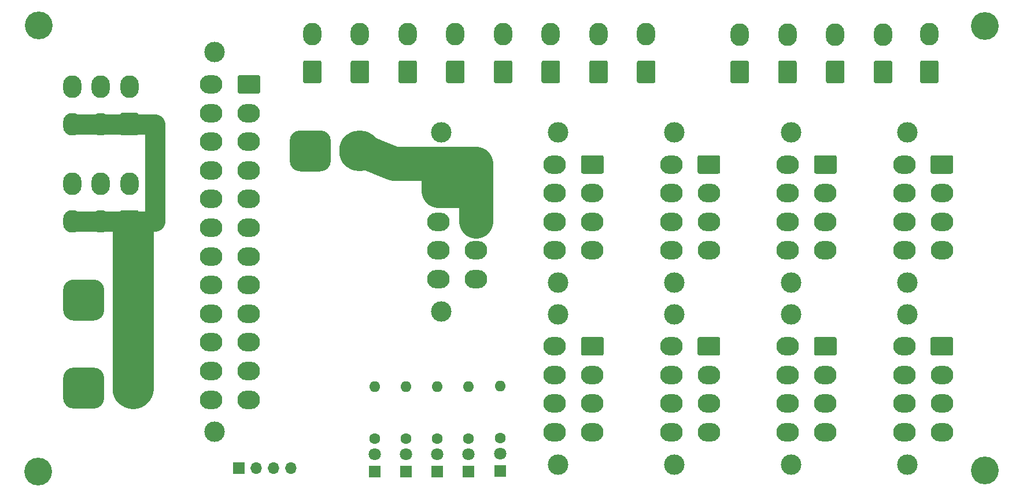
<source format=gbr>
%TF.GenerationSoftware,KiCad,Pcbnew,(5.1.10)-1*%
%TF.CreationDate,2022-08-20T11:58:47+10:00*%
%TF.ProjectId,ATX_PSU_Board,4154585f-5053-4555-9f42-6f6172642e6b,rev?*%
%TF.SameCoordinates,Original*%
%TF.FileFunction,Soldermask,Bot*%
%TF.FilePolarity,Negative*%
%FSLAX46Y46*%
G04 Gerber Fmt 4.6, Leading zero omitted, Abs format (unit mm)*
G04 Created by KiCad (PCBNEW (5.1.10)-1) date 2022-08-20 11:58:47*
%MOMM*%
%LPD*%
G01*
G04 APERTURE LIST*
%ADD10C,6.000000*%
%ADD11C,3.000000*%
%ADD12C,5.000000*%
%ADD13O,1.600000X1.600000*%
%ADD14C,1.600000*%
%ADD15C,1.800000*%
%ADD16R,1.800000X1.800000*%
%ADD17O,1.700000X1.700000*%
%ADD18R,1.700000X1.700000*%
%ADD19O,2.700000X3.300000*%
%ADD20C,6.000000*%
%ADD21C,3.000000*%
%ADD22O,3.300000X2.700000*%
%ADD23C,4.064000*%
G04 APERTURE END LIST*
D10*
X52250000Y-96500000D02*
X52250000Y-109500000D01*
X52250000Y-96500000D02*
X52250000Y-86500000D01*
D11*
X55500000Y-70750000D02*
X55500000Y-85000000D01*
X43500000Y-70750000D02*
X55500000Y-70750000D01*
X43500000Y-85000000D02*
X55500000Y-85000000D01*
D12*
X102500000Y-80500000D02*
X102500000Y-85000000D01*
X97000000Y-80500000D02*
X97000000Y-76500000D01*
X102500000Y-80500000D02*
X97000000Y-80500000D01*
X102500000Y-76500000D02*
X102500000Y-80500000D01*
X97000000Y-76500000D02*
X102500000Y-76500000D01*
X90500000Y-76500000D02*
X97000000Y-76500000D01*
X85500000Y-74500000D02*
X90500000Y-76500000D01*
D13*
%TO.C,R5*%
X106020000Y-109127600D03*
D14*
X106020000Y-116747600D03*
%TD*%
D13*
%TO.C,R4*%
X101410000Y-109190100D03*
D14*
X101410000Y-116810100D03*
%TD*%
D13*
%TO.C,R3*%
X96838000Y-109190100D03*
D14*
X96838000Y-116810100D03*
%TD*%
D13*
%TO.C,R2*%
X92266000Y-109190100D03*
D14*
X92266000Y-116810100D03*
%TD*%
D13*
%TO.C,R1*%
X87694000Y-109190100D03*
D14*
X87694000Y-116810100D03*
%TD*%
D15*
%TO.C,D5*%
X106010000Y-119057600D03*
D16*
X106010000Y-121597600D03*
%TD*%
D15*
%TO.C,D4*%
X101410000Y-119105600D03*
D16*
X101410000Y-121645600D03*
%TD*%
D15*
%TO.C,D3*%
X96838000Y-119105600D03*
D16*
X96838000Y-121645600D03*
%TD*%
D15*
%TO.C,D2*%
X92266000Y-119105600D03*
D16*
X92266000Y-121645600D03*
%TD*%
D15*
%TO.C,D1*%
X87694000Y-119105600D03*
D16*
X87694000Y-121645600D03*
%TD*%
D17*
%TO.C,J1*%
X75421000Y-121158000D03*
X72881000Y-121158000D03*
X70341000Y-121158000D03*
D18*
X67801000Y-121158000D03*
%TD*%
D19*
%TO.C,J25*%
X43350000Y-79500000D03*
X47550000Y-79500000D03*
X51750000Y-79500000D03*
X43350000Y-85000000D03*
X47550000Y-85000000D03*
G36*
G01*
X53100000Y-83600001D02*
X53100000Y-86399999D01*
G75*
G02*
X52849999Y-86650000I-250001J0D01*
G01*
X50650001Y-86650000D01*
G75*
G02*
X50400000Y-86399999I0J250001D01*
G01*
X50400000Y-83600001D01*
G75*
G02*
X50650001Y-83350000I250001J0D01*
G01*
X52849999Y-83350000D01*
G75*
G02*
X53100000Y-83600001I0J-250001D01*
G01*
G37*
%TD*%
%TO.C,J26*%
X43350000Y-65250000D03*
X47550000Y-65250000D03*
X51750000Y-65250000D03*
X43350000Y-70750000D03*
X47550000Y-70750000D03*
G36*
G01*
X53100000Y-69350001D02*
X53100000Y-72149999D01*
G75*
G02*
X52849999Y-72400000I-250001J0D01*
G01*
X50650001Y-72400000D01*
G75*
G02*
X50400000Y-72149999I0J250001D01*
G01*
X50400000Y-69350001D01*
G75*
G02*
X50650001Y-69100000I250001J0D01*
G01*
X52849999Y-69100000D01*
G75*
G02*
X53100000Y-69350001I0J-250001D01*
G01*
G37*
%TD*%
%TO.C,J30*%
G36*
G01*
X42055200Y-110926800D02*
X42055200Y-107926800D01*
G75*
G02*
X43555200Y-106426800I1500000J0D01*
G01*
X46555200Y-106426800D01*
G75*
G02*
X48055200Y-107926800I0J-1500000D01*
G01*
X48055200Y-110926800D01*
G75*
G02*
X46555200Y-112426800I-1500000J0D01*
G01*
X43555200Y-112426800D01*
G75*
G02*
X42055200Y-110926800I0J1500000D01*
G01*
G37*
D20*
X52255200Y-109426800D03*
%TD*%
%TO.C,J29*%
G36*
G01*
X42055200Y-98026400D02*
X42055200Y-95026400D01*
G75*
G02*
X43555200Y-93526400I1500000J0D01*
G01*
X46555200Y-93526400D01*
G75*
G02*
X48055200Y-95026400I0J-1500000D01*
G01*
X48055200Y-98026400D01*
G75*
G02*
X46555200Y-99526400I-1500000J0D01*
G01*
X43555200Y-99526400D01*
G75*
G02*
X42055200Y-98026400I0J1500000D01*
G01*
G37*
X52255200Y-96526400D03*
%TD*%
D19*
%TO.C,J20*%
X168867600Y-57593600D03*
G36*
G01*
X170217600Y-61693601D02*
X170217600Y-64493599D01*
G75*
G02*
X169967599Y-64743600I-250001J0D01*
G01*
X167767601Y-64743600D01*
G75*
G02*
X167517600Y-64493599I0J250001D01*
G01*
X167517600Y-61693601D01*
G75*
G02*
X167767601Y-61443600I250001J0D01*
G01*
X169967599Y-61443600D01*
G75*
G02*
X170217600Y-61693601I0J-250001D01*
G01*
G37*
%TD*%
D21*
%TO.C,J11*%
X165656400Y-120601800D03*
X165656400Y-98601800D03*
D22*
X165196400Y-115901800D03*
X165196400Y-111701800D03*
X165196400Y-107501800D03*
X165196400Y-103301800D03*
X170696400Y-115901800D03*
X170696400Y-111701800D03*
X170696400Y-107501800D03*
G36*
G01*
X169296401Y-101951800D02*
X172096399Y-101951800D01*
G75*
G02*
X172346400Y-102201801I0J-250001D01*
G01*
X172346400Y-104401799D01*
G75*
G02*
X172096399Y-104651800I-250001J0D01*
G01*
X169296401Y-104651800D01*
G75*
G02*
X169046400Y-104401799I0J250001D01*
G01*
X169046400Y-102201801D01*
G75*
G02*
X169296401Y-101951800I250001J0D01*
G01*
G37*
%TD*%
D19*
%TO.C,J24*%
X141083632Y-57607200D03*
G36*
G01*
X142433632Y-61707201D02*
X142433632Y-64507199D01*
G75*
G02*
X142183631Y-64757200I-250001J0D01*
G01*
X139983633Y-64757200D01*
G75*
G02*
X139733632Y-64507199I0J250001D01*
G01*
X139733632Y-61707201D01*
G75*
G02*
X139983633Y-61457200I250001J0D01*
G01*
X142183631Y-61457200D01*
G75*
G02*
X142433632Y-61707201I0J-250001D01*
G01*
G37*
%TD*%
%TO.C,J23*%
X148086774Y-57607200D03*
G36*
G01*
X149436774Y-61707201D02*
X149436774Y-64507199D01*
G75*
G02*
X149186773Y-64757200I-250001J0D01*
G01*
X146986775Y-64757200D01*
G75*
G02*
X146736774Y-64507199I0J250001D01*
G01*
X146736774Y-61707201D01*
G75*
G02*
X146986775Y-61457200I250001J0D01*
G01*
X149186773Y-61457200D01*
G75*
G02*
X149436774Y-61707201I0J-250001D01*
G01*
G37*
%TD*%
%TO.C,J22*%
X155089916Y-57607200D03*
G36*
G01*
X156439916Y-61707201D02*
X156439916Y-64507199D01*
G75*
G02*
X156189915Y-64757200I-250001J0D01*
G01*
X153989917Y-64757200D01*
G75*
G02*
X153739916Y-64507199I0J250001D01*
G01*
X153739916Y-61707201D01*
G75*
G02*
X153989917Y-61457200I250001J0D01*
G01*
X156189915Y-61457200D01*
G75*
G02*
X156439916Y-61707201I0J-250001D01*
G01*
G37*
%TD*%
%TO.C,J21*%
X162093058Y-57607200D03*
G36*
G01*
X163443058Y-61707201D02*
X163443058Y-64507199D01*
G75*
G02*
X163193057Y-64757200I-250001J0D01*
G01*
X160993059Y-64757200D01*
G75*
G02*
X160743058Y-64507199I0J250001D01*
G01*
X160743058Y-61707201D01*
G75*
G02*
X160993059Y-61457200I250001J0D01*
G01*
X163193057Y-61457200D01*
G75*
G02*
X163443058Y-61707201I0J-250001D01*
G01*
G37*
%TD*%
%TO.C,J19*%
X127414800Y-57593600D03*
G36*
G01*
X128764800Y-61693601D02*
X128764800Y-64493599D01*
G75*
G02*
X128514799Y-64743600I-250001J0D01*
G01*
X126314801Y-64743600D01*
G75*
G02*
X126064800Y-64493599I0J250001D01*
G01*
X126064800Y-61693601D01*
G75*
G02*
X126314801Y-61443600I250001J0D01*
G01*
X128514799Y-61443600D01*
G75*
G02*
X128764800Y-61693601I0J-250001D01*
G01*
G37*
%TD*%
%TO.C,J18*%
X120429800Y-57593600D03*
G36*
G01*
X121779800Y-61693601D02*
X121779800Y-64493599D01*
G75*
G02*
X121529799Y-64743600I-250001J0D01*
G01*
X119329801Y-64743600D01*
G75*
G02*
X119079800Y-64493599I0J250001D01*
G01*
X119079800Y-61693601D01*
G75*
G02*
X119329801Y-61443600I250001J0D01*
G01*
X121529799Y-61443600D01*
G75*
G02*
X121779800Y-61693601I0J-250001D01*
G01*
G37*
%TD*%
%TO.C,J17*%
X113444800Y-57593600D03*
G36*
G01*
X114794800Y-61693601D02*
X114794800Y-64493599D01*
G75*
G02*
X114544799Y-64743600I-250001J0D01*
G01*
X112344801Y-64743600D01*
G75*
G02*
X112094800Y-64493599I0J250001D01*
G01*
X112094800Y-61693601D01*
G75*
G02*
X112344801Y-61443600I250001J0D01*
G01*
X114544799Y-61443600D01*
G75*
G02*
X114794800Y-61693601I0J-250001D01*
G01*
G37*
%TD*%
%TO.C,J16*%
X106459800Y-57593600D03*
G36*
G01*
X107809800Y-61693601D02*
X107809800Y-64493599D01*
G75*
G02*
X107559799Y-64743600I-250001J0D01*
G01*
X105359801Y-64743600D01*
G75*
G02*
X105109800Y-64493599I0J250001D01*
G01*
X105109800Y-61693601D01*
G75*
G02*
X105359801Y-61443600I250001J0D01*
G01*
X107559799Y-61443600D01*
G75*
G02*
X107809800Y-61693601I0J-250001D01*
G01*
G37*
%TD*%
%TO.C,J15*%
X99474800Y-57593600D03*
G36*
G01*
X100824800Y-61693601D02*
X100824800Y-64493599D01*
G75*
G02*
X100574799Y-64743600I-250001J0D01*
G01*
X98374801Y-64743600D01*
G75*
G02*
X98124800Y-64493599I0J250001D01*
G01*
X98124800Y-61693601D01*
G75*
G02*
X98374801Y-61443600I250001J0D01*
G01*
X100574799Y-61443600D01*
G75*
G02*
X100824800Y-61693601I0J-250001D01*
G01*
G37*
%TD*%
%TO.C,J14*%
X92489800Y-57593600D03*
G36*
G01*
X93839800Y-61693601D02*
X93839800Y-64493599D01*
G75*
G02*
X93589799Y-64743600I-250001J0D01*
G01*
X91389801Y-64743600D01*
G75*
G02*
X91139800Y-64493599I0J250001D01*
G01*
X91139800Y-61693601D01*
G75*
G02*
X91389801Y-61443600I250001J0D01*
G01*
X93589799Y-61443600D01*
G75*
G02*
X93839800Y-61693601I0J-250001D01*
G01*
G37*
%TD*%
%TO.C,J13*%
X85504800Y-57593600D03*
G36*
G01*
X86854800Y-61693601D02*
X86854800Y-64493599D01*
G75*
G02*
X86604799Y-64743600I-250001J0D01*
G01*
X84404801Y-64743600D01*
G75*
G02*
X84154800Y-64493599I0J250001D01*
G01*
X84154800Y-61693601D01*
G75*
G02*
X84404801Y-61443600I250001J0D01*
G01*
X86604799Y-61443600D01*
G75*
G02*
X86854800Y-61693601I0J-250001D01*
G01*
G37*
%TD*%
%TO.C,J12*%
X78519800Y-57593600D03*
G36*
G01*
X79869800Y-61693601D02*
X79869800Y-64493599D01*
G75*
G02*
X79619799Y-64743600I-250001J0D01*
G01*
X77419801Y-64743600D01*
G75*
G02*
X77169800Y-64493599I0J250001D01*
G01*
X77169800Y-61693601D01*
G75*
G02*
X77419801Y-61443600I250001J0D01*
G01*
X79619799Y-61443600D01*
G75*
G02*
X79869800Y-61693601I0J-250001D01*
G01*
G37*
%TD*%
%TO.C,J28*%
G36*
G01*
X75228400Y-76176800D02*
X75228400Y-73176800D01*
G75*
G02*
X76728400Y-71676800I1500000J0D01*
G01*
X79728400Y-71676800D01*
G75*
G02*
X81228400Y-73176800I0J-1500000D01*
G01*
X81228400Y-76176800D01*
G75*
G02*
X79728400Y-77676800I-1500000J0D01*
G01*
X76728400Y-77676800D01*
G75*
G02*
X75228400Y-76176800I0J1500000D01*
G01*
G37*
D20*
X85428400Y-74676800D03*
%TD*%
D21*
%TO.C,J5*%
X131551000Y-93964600D03*
X131551000Y-71964600D03*
D22*
X131091000Y-89264600D03*
X131091000Y-85064600D03*
X131091000Y-80864600D03*
X131091000Y-76664600D03*
X136591000Y-89264600D03*
X136591000Y-85064600D03*
X136591000Y-80864600D03*
G36*
G01*
X135191001Y-75314600D02*
X137990999Y-75314600D01*
G75*
G02*
X138241000Y-75564601I0J-250001D01*
G01*
X138241000Y-77764599D01*
G75*
G02*
X137990999Y-78014600I-250001J0D01*
G01*
X135191001Y-78014600D01*
G75*
G02*
X134941000Y-77764599I0J250001D01*
G01*
X134941000Y-75564601D01*
G75*
G02*
X135191001Y-75314600I250001J0D01*
G01*
G37*
%TD*%
D21*
%TO.C,J7*%
X165656400Y-93964600D03*
X165656400Y-71964600D03*
D22*
X165196400Y-89264600D03*
X165196400Y-85064600D03*
X165196400Y-80864600D03*
X165196400Y-76664600D03*
X170696400Y-89264600D03*
X170696400Y-85064600D03*
X170696400Y-80864600D03*
G36*
G01*
X169296401Y-75314600D02*
X172096399Y-75314600D01*
G75*
G02*
X172346400Y-75564601I0J-250001D01*
G01*
X172346400Y-77764599D01*
G75*
G02*
X172096399Y-78014600I-250001J0D01*
G01*
X169296401Y-78014600D01*
G75*
G02*
X169046400Y-77764599I0J250001D01*
G01*
X169046400Y-75564601D01*
G75*
G02*
X169296401Y-75314600I250001J0D01*
G01*
G37*
%TD*%
D23*
%TO.C,H4*%
X177000000Y-56337200D03*
%TD*%
%TO.C,H3*%
X38404800Y-121615200D03*
%TD*%
%TO.C,H2*%
X177000000Y-121500000D03*
%TD*%
%TO.C,H1*%
X38506400Y-56286400D03*
%TD*%
D21*
%TO.C,J10*%
X148603700Y-120601800D03*
X148603700Y-98601800D03*
D22*
X148143700Y-115901800D03*
X148143700Y-111701800D03*
X148143700Y-107501800D03*
X148143700Y-103301800D03*
X153643700Y-115901800D03*
X153643700Y-111701800D03*
X153643700Y-107501800D03*
G36*
G01*
X152243701Y-101951800D02*
X155043699Y-101951800D01*
G75*
G02*
X155293700Y-102201801I0J-250001D01*
G01*
X155293700Y-104401799D01*
G75*
G02*
X155043699Y-104651800I-250001J0D01*
G01*
X152243701Y-104651800D01*
G75*
G02*
X151993700Y-104401799I0J250001D01*
G01*
X151993700Y-102201801D01*
G75*
G02*
X152243701Y-101951800I250001J0D01*
G01*
G37*
%TD*%
D21*
%TO.C,J9*%
X131551000Y-120601800D03*
X131551000Y-98601800D03*
D22*
X131091000Y-115901800D03*
X131091000Y-111701800D03*
X131091000Y-107501800D03*
X131091000Y-103301800D03*
X136591000Y-115901800D03*
X136591000Y-111701800D03*
X136591000Y-107501800D03*
G36*
G01*
X135191001Y-101951800D02*
X137990999Y-101951800D01*
G75*
G02*
X138241000Y-102201801I0J-250001D01*
G01*
X138241000Y-104401799D01*
G75*
G02*
X137990999Y-104651800I-250001J0D01*
G01*
X135191001Y-104651800D01*
G75*
G02*
X134941000Y-104401799I0J250001D01*
G01*
X134941000Y-102201801D01*
G75*
G02*
X135191001Y-101951800I250001J0D01*
G01*
G37*
%TD*%
D21*
%TO.C,J8*%
X114498300Y-120601800D03*
X114498300Y-98601800D03*
D22*
X114038300Y-115901800D03*
X114038300Y-111701800D03*
X114038300Y-107501800D03*
X114038300Y-103301800D03*
X119538300Y-115901800D03*
X119538300Y-111701800D03*
X119538300Y-107501800D03*
G36*
G01*
X118138301Y-101951800D02*
X120938299Y-101951800D01*
G75*
G02*
X121188300Y-102201801I0J-250001D01*
G01*
X121188300Y-104401799D01*
G75*
G02*
X120938299Y-104651800I-250001J0D01*
G01*
X118138301Y-104651800D01*
G75*
G02*
X117888300Y-104401799I0J250001D01*
G01*
X117888300Y-102201801D01*
G75*
G02*
X118138301Y-101951800I250001J0D01*
G01*
G37*
%TD*%
D21*
%TO.C,J6*%
X148603700Y-93964600D03*
X148603700Y-71964600D03*
D22*
X148143700Y-89264600D03*
X148143700Y-85064600D03*
X148143700Y-80864600D03*
X148143700Y-76664600D03*
X153643700Y-89264600D03*
X153643700Y-85064600D03*
X153643700Y-80864600D03*
G36*
G01*
X152243701Y-75314600D02*
X155043699Y-75314600D01*
G75*
G02*
X155293700Y-75564601I0J-250001D01*
G01*
X155293700Y-77764599D01*
G75*
G02*
X155043699Y-78014600I-250001J0D01*
G01*
X152243701Y-78014600D01*
G75*
G02*
X151993700Y-77764599I0J250001D01*
G01*
X151993700Y-75564601D01*
G75*
G02*
X152243701Y-75314600I250001J0D01*
G01*
G37*
%TD*%
D21*
%TO.C,J4*%
X114498300Y-93964600D03*
X114498300Y-71964600D03*
D22*
X114038300Y-89264600D03*
X114038300Y-85064600D03*
X114038300Y-80864600D03*
X114038300Y-76664600D03*
X119538300Y-89264600D03*
X119538300Y-85064600D03*
X119538300Y-80864600D03*
G36*
G01*
X118138301Y-75314600D02*
X120938299Y-75314600D01*
G75*
G02*
X121188300Y-75564601I0J-250001D01*
G01*
X121188300Y-77764599D01*
G75*
G02*
X120938299Y-78014600I-250001J0D01*
G01*
X118138301Y-78014600D01*
G75*
G02*
X117888300Y-77764599I0J250001D01*
G01*
X117888300Y-75564601D01*
G75*
G02*
X118138301Y-75314600I250001J0D01*
G01*
G37*
%TD*%
D21*
%TO.C,J3*%
X97445600Y-98164600D03*
X97445600Y-71964600D03*
D22*
X96985600Y-93464600D03*
X96985600Y-89264600D03*
X96985600Y-85064600D03*
X96985600Y-80864600D03*
X96985600Y-76664600D03*
X102485600Y-93464600D03*
X102485600Y-89264600D03*
X102485600Y-85064600D03*
X102485600Y-80864600D03*
G36*
G01*
X101085601Y-75314600D02*
X103885599Y-75314600D01*
G75*
G02*
X104135600Y-75564601I0J-250001D01*
G01*
X104135600Y-77764599D01*
G75*
G02*
X103885599Y-78014600I-250001J0D01*
G01*
X101085601Y-78014600D01*
G75*
G02*
X100835600Y-77764599I0J250001D01*
G01*
X100835600Y-75564601D01*
G75*
G02*
X101085601Y-75314600I250001J0D01*
G01*
G37*
%TD*%
D21*
%TO.C,J2*%
X64208800Y-115822400D03*
X64208800Y-60222400D03*
D22*
X63748800Y-111122400D03*
X63748800Y-106922400D03*
X63748800Y-102722400D03*
X63748800Y-98522400D03*
X63748800Y-94322400D03*
X63748800Y-90122400D03*
X63748800Y-85922400D03*
X63748800Y-81722400D03*
X63748800Y-77522400D03*
X63748800Y-73322400D03*
X63748800Y-69122400D03*
X63748800Y-64922400D03*
X69248800Y-111122400D03*
X69248800Y-106922400D03*
X69248800Y-102722400D03*
X69248800Y-98522400D03*
X69248800Y-94322400D03*
X69248800Y-90122400D03*
X69248800Y-85922400D03*
X69248800Y-81722400D03*
X69248800Y-77522400D03*
X69248800Y-73322400D03*
X69248800Y-69122400D03*
G36*
G01*
X67848801Y-63572400D02*
X70648799Y-63572400D01*
G75*
G02*
X70898800Y-63822401I0J-250001D01*
G01*
X70898800Y-66022399D01*
G75*
G02*
X70648799Y-66272400I-250001J0D01*
G01*
X67848801Y-66272400D01*
G75*
G02*
X67598800Y-66022399I0J250001D01*
G01*
X67598800Y-63822401D01*
G75*
G02*
X67848801Y-63572400I250001J0D01*
G01*
G37*
%TD*%
M02*

</source>
